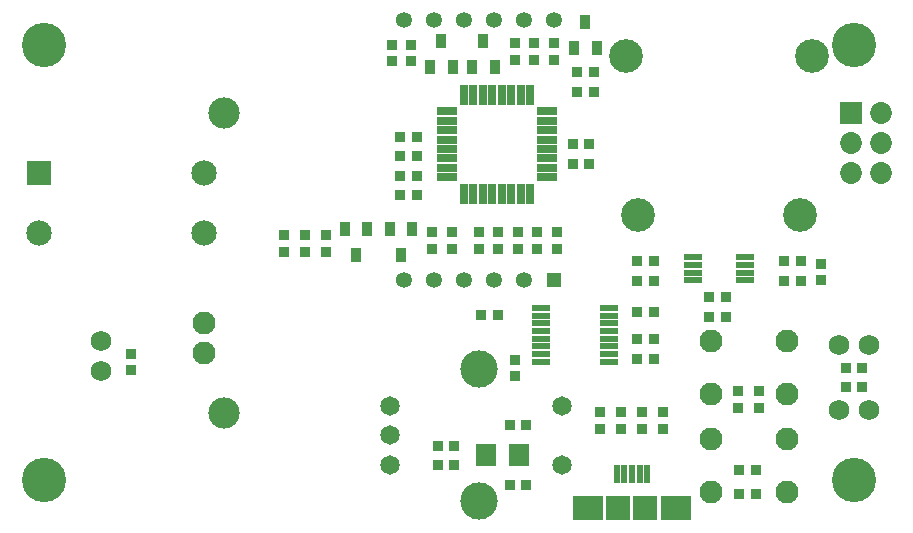
<source format=gts>
G04 (created by PCBNEW (2013-07-07 BZR 4022)-stable) date 11/5/2013 1:48:53 AM*
%MOIN*%
G04 Gerber Fmt 3.4, Leading zero omitted, Abs format*
%FSLAX34Y34*%
G01*
G70*
G90*
G04 APERTURE LIST*
%ADD10C,0.006*%
%ADD11C,0.0847*%
%ADD12C,0.0769*%
%ADD13C,0.1044*%
%ADD14R,0.0651X0.0257*%
%ADD15R,0.0257X0.0651*%
%ADD16C,0.1123*%
%ADD17R,0.0611X0.0198*%
%ADD18C,0.0768661*%
%ADD19R,0.0334646X0.0496063*%
%ADD20C,0.0650551*%
%ADD21C,0.12411*%
%ADD22R,0.0493071X0.0493071*%
%ADD23C,0.0532441*%
%ADD24R,0.0629921X0.023622*%
%ADD25R,0.023622X0.0629921*%
%ADD26R,0.0984252X0.0826772*%
%ADD27R,0.0787402X0.0826772*%
%ADD28R,0.0729291X0.0729291*%
%ADD29C,0.0729291*%
%ADD30R,0.0689921X0.0768661*%
%ADD31R,0.0335591X0.0335591*%
%ADD32C,0.0689921*%
%ADD33R,0.0847402X0.0847402*%
%ADD34C,0.0847402*%
%ADD35C,0.147732*%
G04 APERTURE END LIST*
G54D10*
G54D11*
X6831Y11750D03*
X6831Y9750D03*
G54D12*
X6831Y6750D03*
X6831Y5750D03*
G54D13*
X7500Y3750D03*
X7500Y13750D03*
G54D14*
X14946Y13802D03*
X14946Y13487D03*
X14946Y13172D03*
X14946Y12857D03*
X14946Y12543D03*
X14946Y12228D03*
X14946Y11913D03*
X14946Y11598D03*
G54D15*
X15498Y11046D03*
X15813Y11046D03*
X16128Y11046D03*
X16443Y11046D03*
X16757Y11046D03*
X17072Y11046D03*
X17387Y11046D03*
X17702Y11046D03*
G54D14*
X18254Y11598D03*
X18254Y11913D03*
X18254Y12228D03*
X18254Y12543D03*
X18254Y12857D03*
X18254Y13172D03*
X18254Y13487D03*
X18254Y13802D03*
G54D15*
X17702Y14354D03*
X17387Y14354D03*
X17072Y14354D03*
X16757Y14354D03*
X16443Y14354D03*
X16128Y14354D03*
X15813Y14354D03*
X15498Y14354D03*
G54D16*
X21303Y10343D03*
X26697Y10343D03*
X20909Y15657D03*
X27091Y15657D03*
G54D17*
X20332Y5454D03*
X20332Y5710D03*
X20332Y5966D03*
X20332Y6222D03*
X20332Y6478D03*
X20332Y6734D03*
X20332Y6990D03*
X20332Y7246D03*
X18068Y7246D03*
X18068Y6990D03*
X18068Y6734D03*
X18068Y6478D03*
X18068Y6222D03*
X18068Y5966D03*
X18068Y5710D03*
X18068Y5454D03*
G54D18*
X23720Y2885D03*
X26279Y2885D03*
X23720Y1114D03*
X26279Y1114D03*
X23720Y6135D03*
X26279Y6135D03*
X23720Y4364D03*
X26279Y4364D03*
G54D19*
X19175Y15916D03*
X19550Y16783D03*
X19924Y15916D03*
X15775Y15266D03*
X16150Y16133D03*
X16524Y15266D03*
X14375Y15266D03*
X14750Y16133D03*
X15124Y15266D03*
X13774Y9883D03*
X13400Y9016D03*
X13025Y9883D03*
X12274Y9883D03*
X11900Y9016D03*
X11525Y9883D03*
G54D20*
X18755Y2015D03*
X13047Y2015D03*
X13047Y3000D03*
X13047Y3984D03*
X18755Y3984D03*
G54D21*
X16000Y5204D03*
X16000Y795D03*
G54D22*
X18500Y8169D03*
G54D23*
X17500Y8169D03*
X16500Y8169D03*
X15500Y8169D03*
X14500Y8169D03*
X13500Y8169D03*
X13500Y16830D03*
X14500Y16830D03*
X15500Y16830D03*
X16500Y16830D03*
X17500Y16830D03*
X18500Y16830D03*
G54D24*
X24866Y8166D03*
X24866Y8422D03*
X24866Y8677D03*
X24866Y8933D03*
X23133Y8933D03*
X23133Y8677D03*
X23133Y8422D03*
X23133Y8166D03*
G54D25*
X20588Y1702D03*
X20844Y1702D03*
X21100Y1702D03*
X21355Y1702D03*
X21611Y1702D03*
G54D26*
X19623Y580D03*
X22576Y580D03*
G54D27*
X21552Y580D03*
X20647Y580D03*
G54D28*
X28400Y13750D03*
G54D29*
X29400Y13750D03*
X28400Y12750D03*
X29400Y12750D03*
X28400Y11750D03*
X29400Y11750D03*
G54D30*
X17351Y2350D03*
X16248Y2350D03*
G54D31*
X24674Y1850D03*
X25225Y1850D03*
X24674Y1050D03*
X25225Y1050D03*
X9500Y9675D03*
X9500Y9124D03*
X21825Y5550D03*
X21274Y5550D03*
X21825Y6200D03*
X21274Y6200D03*
X17575Y3350D03*
X17024Y3350D03*
X26725Y8800D03*
X26174Y8800D03*
X27400Y8174D03*
X27400Y8725D03*
X20050Y3775D03*
X20050Y3224D03*
X14624Y2650D03*
X15175Y2650D03*
X14624Y2000D03*
X15175Y2000D03*
X24650Y3924D03*
X24650Y4475D03*
X25350Y3924D03*
X25350Y4475D03*
X20750Y3224D03*
X20750Y3775D03*
X21450Y3224D03*
X21450Y3775D03*
X24225Y7600D03*
X23674Y7600D03*
X22150Y3775D03*
X22150Y3224D03*
X16074Y7000D03*
X16625Y7000D03*
X21274Y7100D03*
X21825Y7100D03*
X17200Y5525D03*
X17200Y4974D03*
X21274Y8800D03*
X21825Y8800D03*
X26725Y8150D03*
X26174Y8150D03*
X21825Y8150D03*
X21274Y8150D03*
X24225Y6950D03*
X23674Y6950D03*
X16000Y9775D03*
X16000Y9224D03*
X10900Y9124D03*
X10900Y9675D03*
X28224Y5250D03*
X28775Y5250D03*
X28224Y4600D03*
X28775Y4600D03*
X10200Y9124D03*
X10200Y9675D03*
X18500Y15524D03*
X18500Y16075D03*
X19274Y14450D03*
X19825Y14450D03*
X19274Y15100D03*
X19825Y15100D03*
X13925Y11000D03*
X13374Y11000D03*
X16650Y9775D03*
X16650Y9224D03*
X17950Y9775D03*
X17950Y9224D03*
X18600Y9775D03*
X18600Y9224D03*
X13925Y11650D03*
X13374Y11650D03*
X17575Y1350D03*
X17024Y1350D03*
X17300Y9775D03*
X17300Y9224D03*
X17850Y16075D03*
X17850Y15524D03*
X17200Y16075D03*
X17200Y15524D03*
X13100Y16025D03*
X13100Y15474D03*
X13750Y16025D03*
X13750Y15474D03*
X15100Y9224D03*
X15100Y9775D03*
X14450Y9224D03*
X14450Y9775D03*
X4400Y5174D03*
X4400Y5725D03*
X19675Y12700D03*
X19124Y12700D03*
X19675Y12050D03*
X19124Y12050D03*
X13374Y12950D03*
X13925Y12950D03*
X13374Y12300D03*
X13925Y12300D03*
G54D32*
X28000Y3850D03*
X29000Y3850D03*
X28000Y6000D03*
X29000Y6000D03*
X3400Y6150D03*
X3400Y5150D03*
G54D33*
X1350Y11750D03*
G54D34*
X1350Y9750D03*
G54D35*
X28500Y1500D03*
X28500Y16000D03*
X1500Y1500D03*
X1500Y16000D03*
M02*

</source>
